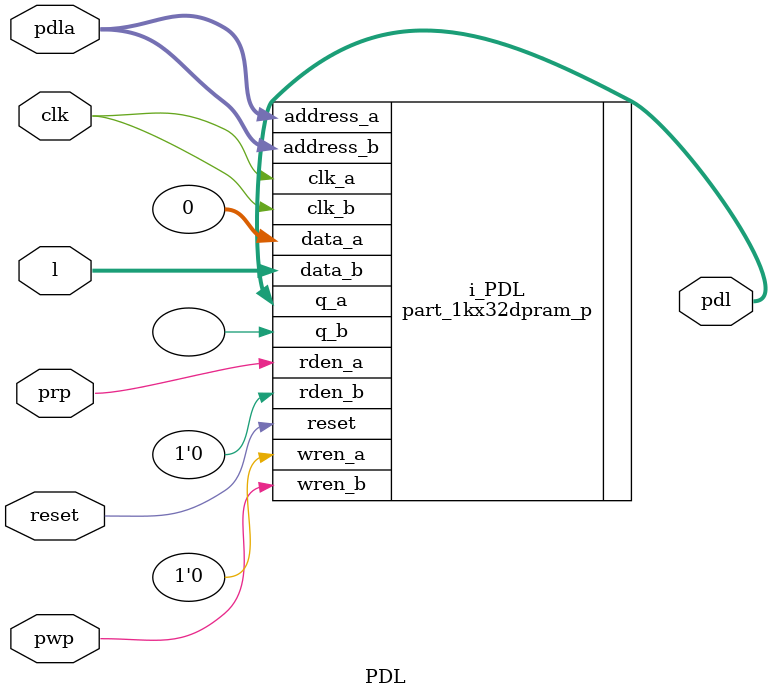
<source format=v>
module PDL(clk, reset, prp, pdla, l, pwp, pdl);
input clk;
input reset;
   input 	prp;
   input [9:0] pdla;
   input [31:0] l;
   input 	pwp;
   output [31:0] pdl;

 part_1kx32dpram_p i_PDL(
			 .reset(reset),

			 .clk_a(clk),
			 .address_a(pdla),
			 .q_a(pdl),
			 .data_a(32'b0),
			 .rden_a(prp),
			 .wren_a(1'b0),

			 .clk_b(clk),
			 .address_b(pdla),
			 .q_b(),
			 .data_b(l),
			 .rden_b(1'b0),
			 .wren_b(pwp)
			 );
endmodule

</source>
